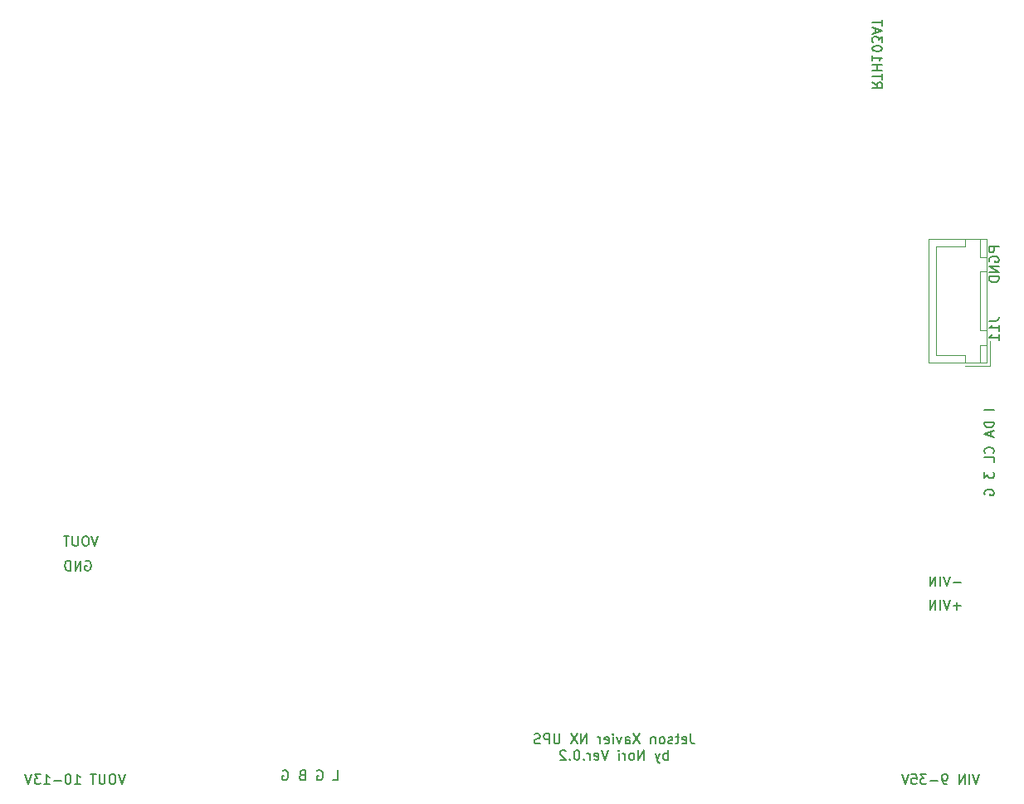
<source format=gbo>
G04 #@! TF.GenerationSoftware,KiCad,Pcbnew,(5.1.8)-1*
G04 #@! TF.CreationDate,2020-12-30T11:10:38+09:00*
G04 #@! TF.ProjectId,JetsonXavierNX_UPS,4a657473-6f6e-4586-9176-6965724e585f,rev?*
G04 #@! TF.SameCoordinates,Original*
G04 #@! TF.FileFunction,Legend,Bot*
G04 #@! TF.FilePolarity,Positive*
%FSLAX46Y46*%
G04 Gerber Fmt 4.6, Leading zero omitted, Abs format (unit mm)*
G04 Created by KiCad (PCBNEW (5.1.8)-1) date 2020-12-30 11:10:38*
%MOMM*%
%LPD*%
G01*
G04 APERTURE LIST*
%ADD10C,0.150000*%
%ADD11C,0.120000*%
G04 APERTURE END LIST*
D10*
X178409523Y-157327380D02*
X178409523Y-158041666D01*
X178457142Y-158184523D01*
X178552380Y-158279761D01*
X178695238Y-158327380D01*
X178790476Y-158327380D01*
X177552380Y-158279761D02*
X177647619Y-158327380D01*
X177838095Y-158327380D01*
X177933333Y-158279761D01*
X177980952Y-158184523D01*
X177980952Y-157803571D01*
X177933333Y-157708333D01*
X177838095Y-157660714D01*
X177647619Y-157660714D01*
X177552380Y-157708333D01*
X177504761Y-157803571D01*
X177504761Y-157898809D01*
X177980952Y-157994047D01*
X177219047Y-157660714D02*
X176838095Y-157660714D01*
X177076190Y-157327380D02*
X177076190Y-158184523D01*
X177028571Y-158279761D01*
X176933333Y-158327380D01*
X176838095Y-158327380D01*
X176552380Y-158279761D02*
X176457142Y-158327380D01*
X176266666Y-158327380D01*
X176171428Y-158279761D01*
X176123809Y-158184523D01*
X176123809Y-158136904D01*
X176171428Y-158041666D01*
X176266666Y-157994047D01*
X176409523Y-157994047D01*
X176504761Y-157946428D01*
X176552380Y-157851190D01*
X176552380Y-157803571D01*
X176504761Y-157708333D01*
X176409523Y-157660714D01*
X176266666Y-157660714D01*
X176171428Y-157708333D01*
X175552380Y-158327380D02*
X175647619Y-158279761D01*
X175695238Y-158232142D01*
X175742857Y-158136904D01*
X175742857Y-157851190D01*
X175695238Y-157755952D01*
X175647619Y-157708333D01*
X175552380Y-157660714D01*
X175409523Y-157660714D01*
X175314285Y-157708333D01*
X175266666Y-157755952D01*
X175219047Y-157851190D01*
X175219047Y-158136904D01*
X175266666Y-158232142D01*
X175314285Y-158279761D01*
X175409523Y-158327380D01*
X175552380Y-158327380D01*
X174790476Y-157660714D02*
X174790476Y-158327380D01*
X174790476Y-157755952D02*
X174742857Y-157708333D01*
X174647619Y-157660714D01*
X174504761Y-157660714D01*
X174409523Y-157708333D01*
X174361904Y-157803571D01*
X174361904Y-158327380D01*
X173219047Y-157327380D02*
X172552380Y-158327380D01*
X172552380Y-157327380D02*
X173219047Y-158327380D01*
X171742857Y-158327380D02*
X171742857Y-157803571D01*
X171790476Y-157708333D01*
X171885714Y-157660714D01*
X172076190Y-157660714D01*
X172171428Y-157708333D01*
X171742857Y-158279761D02*
X171838095Y-158327380D01*
X172076190Y-158327380D01*
X172171428Y-158279761D01*
X172219047Y-158184523D01*
X172219047Y-158089285D01*
X172171428Y-157994047D01*
X172076190Y-157946428D01*
X171838095Y-157946428D01*
X171742857Y-157898809D01*
X171361904Y-157660714D02*
X171123809Y-158327380D01*
X170885714Y-157660714D01*
X170504761Y-158327380D02*
X170504761Y-157660714D01*
X170504761Y-157327380D02*
X170552380Y-157375000D01*
X170504761Y-157422619D01*
X170457142Y-157375000D01*
X170504761Y-157327380D01*
X170504761Y-157422619D01*
X169647619Y-158279761D02*
X169742857Y-158327380D01*
X169933333Y-158327380D01*
X170028571Y-158279761D01*
X170076190Y-158184523D01*
X170076190Y-157803571D01*
X170028571Y-157708333D01*
X169933333Y-157660714D01*
X169742857Y-157660714D01*
X169647619Y-157708333D01*
X169600000Y-157803571D01*
X169600000Y-157898809D01*
X170076190Y-157994047D01*
X169171428Y-158327380D02*
X169171428Y-157660714D01*
X169171428Y-157851190D02*
X169123809Y-157755952D01*
X169076190Y-157708333D01*
X168980952Y-157660714D01*
X168885714Y-157660714D01*
X167790476Y-158327380D02*
X167790476Y-157327380D01*
X167219047Y-158327380D01*
X167219047Y-157327380D01*
X166838095Y-157327380D02*
X166171428Y-158327380D01*
X166171428Y-157327380D02*
X166838095Y-158327380D01*
X165028571Y-157327380D02*
X165028571Y-158136904D01*
X164980952Y-158232142D01*
X164933333Y-158279761D01*
X164838095Y-158327380D01*
X164647619Y-158327380D01*
X164552380Y-158279761D01*
X164504761Y-158232142D01*
X164457142Y-158136904D01*
X164457142Y-157327380D01*
X163980952Y-158327380D02*
X163980952Y-157327380D01*
X163600000Y-157327380D01*
X163504761Y-157375000D01*
X163457142Y-157422619D01*
X163409523Y-157517857D01*
X163409523Y-157660714D01*
X163457142Y-157755952D01*
X163504761Y-157803571D01*
X163600000Y-157851190D01*
X163980952Y-157851190D01*
X163028571Y-158279761D02*
X162885714Y-158327380D01*
X162647619Y-158327380D01*
X162552380Y-158279761D01*
X162504761Y-158232142D01*
X162457142Y-158136904D01*
X162457142Y-158041666D01*
X162504761Y-157946428D01*
X162552380Y-157898809D01*
X162647619Y-157851190D01*
X162838095Y-157803571D01*
X162933333Y-157755952D01*
X162980952Y-157708333D01*
X163028571Y-157613095D01*
X163028571Y-157517857D01*
X162980952Y-157422619D01*
X162933333Y-157375000D01*
X162838095Y-157327380D01*
X162600000Y-157327380D01*
X162457142Y-157375000D01*
X176076190Y-159977380D02*
X176076190Y-158977380D01*
X176076190Y-159358333D02*
X175980952Y-159310714D01*
X175790476Y-159310714D01*
X175695238Y-159358333D01*
X175647619Y-159405952D01*
X175600000Y-159501190D01*
X175600000Y-159786904D01*
X175647619Y-159882142D01*
X175695238Y-159929761D01*
X175790476Y-159977380D01*
X175980952Y-159977380D01*
X176076190Y-159929761D01*
X175266666Y-159310714D02*
X175028571Y-159977380D01*
X174790476Y-159310714D02*
X175028571Y-159977380D01*
X175123809Y-160215476D01*
X175171428Y-160263095D01*
X175266666Y-160310714D01*
X173647619Y-159977380D02*
X173647619Y-158977380D01*
X173076190Y-159977380D01*
X173076190Y-158977380D01*
X172457142Y-159977380D02*
X172552380Y-159929761D01*
X172600000Y-159882142D01*
X172647619Y-159786904D01*
X172647619Y-159501190D01*
X172600000Y-159405952D01*
X172552380Y-159358333D01*
X172457142Y-159310714D01*
X172314285Y-159310714D01*
X172219047Y-159358333D01*
X172171428Y-159405952D01*
X172123809Y-159501190D01*
X172123809Y-159786904D01*
X172171428Y-159882142D01*
X172219047Y-159929761D01*
X172314285Y-159977380D01*
X172457142Y-159977380D01*
X171695238Y-159977380D02*
X171695238Y-159310714D01*
X171695238Y-159501190D02*
X171647619Y-159405952D01*
X171600000Y-159358333D01*
X171504761Y-159310714D01*
X171409523Y-159310714D01*
X171076190Y-159977380D02*
X171076190Y-159310714D01*
X171076190Y-158977380D02*
X171123809Y-159025000D01*
X171076190Y-159072619D01*
X171028571Y-159025000D01*
X171076190Y-158977380D01*
X171076190Y-159072619D01*
X169980952Y-158977380D02*
X169647619Y-159977380D01*
X169314285Y-158977380D01*
X168600000Y-159929761D02*
X168695238Y-159977380D01*
X168885714Y-159977380D01*
X168980952Y-159929761D01*
X169028571Y-159834523D01*
X169028571Y-159453571D01*
X168980952Y-159358333D01*
X168885714Y-159310714D01*
X168695238Y-159310714D01*
X168600000Y-159358333D01*
X168552380Y-159453571D01*
X168552380Y-159548809D01*
X169028571Y-159644047D01*
X168123809Y-159977380D02*
X168123809Y-159310714D01*
X168123809Y-159501190D02*
X168076190Y-159405952D01*
X168028571Y-159358333D01*
X167933333Y-159310714D01*
X167838095Y-159310714D01*
X167504761Y-159882142D02*
X167457142Y-159929761D01*
X167504761Y-159977380D01*
X167552380Y-159929761D01*
X167504761Y-159882142D01*
X167504761Y-159977380D01*
X166838095Y-158977380D02*
X166742857Y-158977380D01*
X166647619Y-159025000D01*
X166600000Y-159072619D01*
X166552380Y-159167857D01*
X166504761Y-159358333D01*
X166504761Y-159596428D01*
X166552380Y-159786904D01*
X166600000Y-159882142D01*
X166647619Y-159929761D01*
X166742857Y-159977380D01*
X166838095Y-159977380D01*
X166933333Y-159929761D01*
X166980952Y-159882142D01*
X167028571Y-159786904D01*
X167076190Y-159596428D01*
X167076190Y-159358333D01*
X167028571Y-159167857D01*
X166980952Y-159072619D01*
X166933333Y-159025000D01*
X166838095Y-158977380D01*
X166076190Y-159882142D02*
X166028571Y-159929761D01*
X166076190Y-159977380D01*
X166123809Y-159929761D01*
X166076190Y-159882142D01*
X166076190Y-159977380D01*
X165647619Y-159072619D02*
X165600000Y-159025000D01*
X165504761Y-158977380D01*
X165266666Y-158977380D01*
X165171428Y-159025000D01*
X165123809Y-159072619D01*
X165076190Y-159167857D01*
X165076190Y-159263095D01*
X165123809Y-159405952D01*
X165695238Y-159977380D01*
X165076190Y-159977380D01*
X209852380Y-107614285D02*
X208852380Y-107614285D01*
X208852380Y-107995238D01*
X208900000Y-108090476D01*
X208947619Y-108138095D01*
X209042857Y-108185714D01*
X209185714Y-108185714D01*
X209280952Y-108138095D01*
X209328571Y-108090476D01*
X209376190Y-107995238D01*
X209376190Y-107614285D01*
X208900000Y-109138095D02*
X208852380Y-109042857D01*
X208852380Y-108900000D01*
X208900000Y-108757142D01*
X208995238Y-108661904D01*
X209090476Y-108614285D01*
X209280952Y-108566666D01*
X209423809Y-108566666D01*
X209614285Y-108614285D01*
X209709523Y-108661904D01*
X209804761Y-108757142D01*
X209852380Y-108900000D01*
X209852380Y-108995238D01*
X209804761Y-109138095D01*
X209757142Y-109185714D01*
X209423809Y-109185714D01*
X209423809Y-108995238D01*
X209852380Y-109614285D02*
X208852380Y-109614285D01*
X209852380Y-110185714D01*
X208852380Y-110185714D01*
X209852380Y-110661904D02*
X208852380Y-110661904D01*
X208852380Y-110900000D01*
X208900000Y-111042857D01*
X208995238Y-111138095D01*
X209090476Y-111185714D01*
X209280952Y-111233333D01*
X209423809Y-111233333D01*
X209614285Y-111185714D01*
X209709523Y-111138095D01*
X209804761Y-111042857D01*
X209852380Y-110900000D01*
X209852380Y-110661904D01*
X209352380Y-124266666D02*
X208352380Y-124266666D01*
X209352380Y-125504761D02*
X208352380Y-125504761D01*
X208352380Y-125742857D01*
X208400000Y-125885714D01*
X208495238Y-125980952D01*
X208590476Y-126028571D01*
X208780952Y-126076190D01*
X208923809Y-126076190D01*
X209114285Y-126028571D01*
X209209523Y-125980952D01*
X209304761Y-125885714D01*
X209352380Y-125742857D01*
X209352380Y-125504761D01*
X209066666Y-126457142D02*
X209066666Y-126933333D01*
X209352380Y-126361904D02*
X208352380Y-126695238D01*
X209352380Y-127028571D01*
X209257142Y-128695238D02*
X209304761Y-128647619D01*
X209352380Y-128504761D01*
X209352380Y-128409523D01*
X209304761Y-128266666D01*
X209209523Y-128171428D01*
X209114285Y-128123809D01*
X208923809Y-128076190D01*
X208780952Y-128076190D01*
X208590476Y-128123809D01*
X208495238Y-128171428D01*
X208400000Y-128266666D01*
X208352380Y-128409523D01*
X208352380Y-128504761D01*
X208400000Y-128647619D01*
X208447619Y-128695238D01*
X209352380Y-129600000D02*
X209352380Y-129123809D01*
X208352380Y-129123809D01*
X208352380Y-130600000D02*
X208352380Y-131219047D01*
X208733333Y-130885714D01*
X208733333Y-131028571D01*
X208780952Y-131123809D01*
X208828571Y-131171428D01*
X208923809Y-131219047D01*
X209161904Y-131219047D01*
X209257142Y-131171428D01*
X209304761Y-131123809D01*
X209352380Y-131028571D01*
X209352380Y-130742857D01*
X209304761Y-130647619D01*
X209257142Y-130600000D01*
X208400000Y-132933333D02*
X208352380Y-132838095D01*
X208352380Y-132695238D01*
X208400000Y-132552380D01*
X208495238Y-132457142D01*
X208590476Y-132409523D01*
X208780952Y-132361904D01*
X208923809Y-132361904D01*
X209114285Y-132409523D01*
X209209523Y-132457142D01*
X209304761Y-132552380D01*
X209352380Y-132695238D01*
X209352380Y-132790476D01*
X209304761Y-132933333D01*
X209257142Y-132980952D01*
X208923809Y-132980952D01*
X208923809Y-132790476D01*
X141933333Y-162052380D02*
X142409523Y-162052380D01*
X142409523Y-161052380D01*
X140314285Y-161100000D02*
X140409523Y-161052380D01*
X140552380Y-161052380D01*
X140695238Y-161100000D01*
X140790476Y-161195238D01*
X140838095Y-161290476D01*
X140885714Y-161480952D01*
X140885714Y-161623809D01*
X140838095Y-161814285D01*
X140790476Y-161909523D01*
X140695238Y-162004761D01*
X140552380Y-162052380D01*
X140457142Y-162052380D01*
X140314285Y-162004761D01*
X140266666Y-161957142D01*
X140266666Y-161623809D01*
X140457142Y-161623809D01*
X138742857Y-161528571D02*
X138600000Y-161576190D01*
X138552380Y-161623809D01*
X138504761Y-161719047D01*
X138504761Y-161861904D01*
X138552380Y-161957142D01*
X138600000Y-162004761D01*
X138695238Y-162052380D01*
X139076190Y-162052380D01*
X139076190Y-161052380D01*
X138742857Y-161052380D01*
X138647619Y-161100000D01*
X138600000Y-161147619D01*
X138552380Y-161242857D01*
X138552380Y-161338095D01*
X138600000Y-161433333D01*
X138647619Y-161480952D01*
X138742857Y-161528571D01*
X139076190Y-161528571D01*
X136790476Y-161100000D02*
X136885714Y-161052380D01*
X137028571Y-161052380D01*
X137171428Y-161100000D01*
X137266666Y-161195238D01*
X137314285Y-161290476D01*
X137361904Y-161480952D01*
X137361904Y-161623809D01*
X137314285Y-161814285D01*
X137266666Y-161909523D01*
X137171428Y-162004761D01*
X137028571Y-162052380D01*
X136933333Y-162052380D01*
X136790476Y-162004761D01*
X136742857Y-161957142D01*
X136742857Y-161623809D01*
X136933333Y-161623809D01*
X117961904Y-137152380D02*
X117628571Y-138152380D01*
X117295238Y-137152380D01*
X116771428Y-137152380D02*
X116580952Y-137152380D01*
X116485714Y-137200000D01*
X116390476Y-137295238D01*
X116342857Y-137485714D01*
X116342857Y-137819047D01*
X116390476Y-138009523D01*
X116485714Y-138104761D01*
X116580952Y-138152380D01*
X116771428Y-138152380D01*
X116866666Y-138104761D01*
X116961904Y-138009523D01*
X117009523Y-137819047D01*
X117009523Y-137485714D01*
X116961904Y-137295238D01*
X116866666Y-137200000D01*
X116771428Y-137152380D01*
X115914285Y-137152380D02*
X115914285Y-137961904D01*
X115866666Y-138057142D01*
X115819047Y-138104761D01*
X115723809Y-138152380D01*
X115533333Y-138152380D01*
X115438095Y-138104761D01*
X115390476Y-138057142D01*
X115342857Y-137961904D01*
X115342857Y-137152380D01*
X115009523Y-137152380D02*
X114438095Y-137152380D01*
X114723809Y-138152380D02*
X114723809Y-137152380D01*
X116661904Y-139700000D02*
X116757142Y-139652380D01*
X116900000Y-139652380D01*
X117042857Y-139700000D01*
X117138095Y-139795238D01*
X117185714Y-139890476D01*
X117233333Y-140080952D01*
X117233333Y-140223809D01*
X117185714Y-140414285D01*
X117138095Y-140509523D01*
X117042857Y-140604761D01*
X116900000Y-140652380D01*
X116804761Y-140652380D01*
X116661904Y-140604761D01*
X116614285Y-140557142D01*
X116614285Y-140223809D01*
X116804761Y-140223809D01*
X116185714Y-140652380D02*
X116185714Y-139652380D01*
X115614285Y-140652380D01*
X115614285Y-139652380D01*
X115138095Y-140652380D02*
X115138095Y-139652380D01*
X114900000Y-139652380D01*
X114757142Y-139700000D01*
X114661904Y-139795238D01*
X114614285Y-139890476D01*
X114566666Y-140080952D01*
X114566666Y-140223809D01*
X114614285Y-140414285D01*
X114661904Y-140509523D01*
X114757142Y-140604761D01*
X114900000Y-140652380D01*
X115138095Y-140652380D01*
X205971428Y-141871428D02*
X205209523Y-141871428D01*
X204876190Y-141252380D02*
X204542857Y-142252380D01*
X204209523Y-141252380D01*
X203876190Y-142252380D02*
X203876190Y-141252380D01*
X203400000Y-142252380D02*
X203400000Y-141252380D01*
X202828571Y-142252380D01*
X202828571Y-141252380D01*
X205971428Y-144271428D02*
X205209523Y-144271428D01*
X205590476Y-144652380D02*
X205590476Y-143890476D01*
X204876190Y-143652380D02*
X204542857Y-144652380D01*
X204209523Y-143652380D01*
X203876190Y-144652380D02*
X203876190Y-143652380D01*
X203400000Y-144652380D02*
X203400000Y-143652380D01*
X202828571Y-144652380D01*
X202828571Y-143652380D01*
X120695238Y-161452380D02*
X120361904Y-162452380D01*
X120028571Y-161452380D01*
X119504761Y-161452380D02*
X119314285Y-161452380D01*
X119219047Y-161500000D01*
X119123809Y-161595238D01*
X119076190Y-161785714D01*
X119076190Y-162119047D01*
X119123809Y-162309523D01*
X119219047Y-162404761D01*
X119314285Y-162452380D01*
X119504761Y-162452380D01*
X119600000Y-162404761D01*
X119695238Y-162309523D01*
X119742857Y-162119047D01*
X119742857Y-161785714D01*
X119695238Y-161595238D01*
X119600000Y-161500000D01*
X119504761Y-161452380D01*
X118647619Y-161452380D02*
X118647619Y-162261904D01*
X118600000Y-162357142D01*
X118552380Y-162404761D01*
X118457142Y-162452380D01*
X118266666Y-162452380D01*
X118171428Y-162404761D01*
X118123809Y-162357142D01*
X118076190Y-162261904D01*
X118076190Y-161452380D01*
X117742857Y-161452380D02*
X117171428Y-161452380D01*
X117457142Y-162452380D02*
X117457142Y-161452380D01*
X115552380Y-162452380D02*
X116123809Y-162452380D01*
X115838095Y-162452380D02*
X115838095Y-161452380D01*
X115933333Y-161595238D01*
X116028571Y-161690476D01*
X116123809Y-161738095D01*
X114933333Y-161452380D02*
X114838095Y-161452380D01*
X114742857Y-161500000D01*
X114695238Y-161547619D01*
X114647619Y-161642857D01*
X114600000Y-161833333D01*
X114600000Y-162071428D01*
X114647619Y-162261904D01*
X114695238Y-162357142D01*
X114742857Y-162404761D01*
X114838095Y-162452380D01*
X114933333Y-162452380D01*
X115028571Y-162404761D01*
X115076190Y-162357142D01*
X115123809Y-162261904D01*
X115171428Y-162071428D01*
X115171428Y-161833333D01*
X115123809Y-161642857D01*
X115076190Y-161547619D01*
X115028571Y-161500000D01*
X114933333Y-161452380D01*
X114171428Y-162071428D02*
X113409523Y-162071428D01*
X112409523Y-162452380D02*
X112980952Y-162452380D01*
X112695238Y-162452380D02*
X112695238Y-161452380D01*
X112790476Y-161595238D01*
X112885714Y-161690476D01*
X112980952Y-161738095D01*
X112076190Y-161452380D02*
X111457142Y-161452380D01*
X111790476Y-161833333D01*
X111647619Y-161833333D01*
X111552380Y-161880952D01*
X111504761Y-161928571D01*
X111457142Y-162023809D01*
X111457142Y-162261904D01*
X111504761Y-162357142D01*
X111552380Y-162404761D01*
X111647619Y-162452380D01*
X111933333Y-162452380D01*
X112028571Y-162404761D01*
X112076190Y-162357142D01*
X111171428Y-161452380D02*
X110838095Y-162452380D01*
X110504761Y-161452380D01*
X207852380Y-161452380D02*
X207519047Y-162452380D01*
X207185714Y-161452380D01*
X206852380Y-162452380D02*
X206852380Y-161452380D01*
X206376190Y-162452380D02*
X206376190Y-161452380D01*
X205804761Y-162452380D01*
X205804761Y-161452380D01*
X204519047Y-162452380D02*
X204328571Y-162452380D01*
X204233333Y-162404761D01*
X204185714Y-162357142D01*
X204090476Y-162214285D01*
X204042857Y-162023809D01*
X204042857Y-161642857D01*
X204090476Y-161547619D01*
X204138095Y-161500000D01*
X204233333Y-161452380D01*
X204423809Y-161452380D01*
X204519047Y-161500000D01*
X204566666Y-161547619D01*
X204614285Y-161642857D01*
X204614285Y-161880952D01*
X204566666Y-161976190D01*
X204519047Y-162023809D01*
X204423809Y-162071428D01*
X204233333Y-162071428D01*
X204138095Y-162023809D01*
X204090476Y-161976190D01*
X204042857Y-161880952D01*
X203614285Y-162071428D02*
X202852380Y-162071428D01*
X202471428Y-161452380D02*
X201852380Y-161452380D01*
X202185714Y-161833333D01*
X202042857Y-161833333D01*
X201947619Y-161880952D01*
X201900000Y-161928571D01*
X201852380Y-162023809D01*
X201852380Y-162261904D01*
X201900000Y-162357142D01*
X201947619Y-162404761D01*
X202042857Y-162452380D01*
X202328571Y-162452380D01*
X202423809Y-162404761D01*
X202471428Y-162357142D01*
X200947619Y-161452380D02*
X201423809Y-161452380D01*
X201471428Y-161928571D01*
X201423809Y-161880952D01*
X201328571Y-161833333D01*
X201090476Y-161833333D01*
X200995238Y-161880952D01*
X200947619Y-161928571D01*
X200900000Y-162023809D01*
X200900000Y-162261904D01*
X200947619Y-162357142D01*
X200995238Y-162404761D01*
X201090476Y-162452380D01*
X201328571Y-162452380D01*
X201423809Y-162404761D01*
X201471428Y-162357142D01*
X200614285Y-161452380D02*
X200280952Y-162452380D01*
X199947619Y-161452380D01*
X196947619Y-90833333D02*
X197423809Y-91166666D01*
X196947619Y-91404761D02*
X197947619Y-91404761D01*
X197947619Y-91023809D01*
X197900000Y-90928571D01*
X197852380Y-90880952D01*
X197757142Y-90833333D01*
X197614285Y-90833333D01*
X197519047Y-90880952D01*
X197471428Y-90928571D01*
X197423809Y-91023809D01*
X197423809Y-91404761D01*
X197947619Y-90547619D02*
X197947619Y-89976190D01*
X196947619Y-90261904D02*
X197947619Y-90261904D01*
X196947619Y-89642857D02*
X197947619Y-89642857D01*
X197471428Y-89642857D02*
X197471428Y-89071428D01*
X196947619Y-89071428D02*
X197947619Y-89071428D01*
X196947619Y-88071428D02*
X196947619Y-88642857D01*
X196947619Y-88357142D02*
X197947619Y-88357142D01*
X197804761Y-88452380D01*
X197709523Y-88547619D01*
X197661904Y-88642857D01*
X197947619Y-87452380D02*
X197947619Y-87357142D01*
X197900000Y-87261904D01*
X197852380Y-87214285D01*
X197757142Y-87166666D01*
X197566666Y-87119047D01*
X197328571Y-87119047D01*
X197138095Y-87166666D01*
X197042857Y-87214285D01*
X196995238Y-87261904D01*
X196947619Y-87357142D01*
X196947619Y-87452380D01*
X196995238Y-87547619D01*
X197042857Y-87595238D01*
X197138095Y-87642857D01*
X197328571Y-87690476D01*
X197566666Y-87690476D01*
X197757142Y-87642857D01*
X197852380Y-87595238D01*
X197900000Y-87547619D01*
X197947619Y-87452380D01*
X197947619Y-86785714D02*
X197947619Y-86166666D01*
X197566666Y-86500000D01*
X197566666Y-86357142D01*
X197519047Y-86261904D01*
X197471428Y-86214285D01*
X197376190Y-86166666D01*
X197138095Y-86166666D01*
X197042857Y-86214285D01*
X196995238Y-86261904D01*
X196947619Y-86357142D01*
X196947619Y-86642857D01*
X196995238Y-86738095D01*
X197042857Y-86785714D01*
X197233333Y-85785714D02*
X197233333Y-85309523D01*
X196947619Y-85880952D02*
X197947619Y-85547619D01*
X196947619Y-85214285D01*
X197947619Y-85023809D02*
X197947619Y-84452380D01*
X196947619Y-84738095D02*
X197947619Y-84738095D01*
D11*
X208950000Y-119750000D02*
X206450000Y-119750000D01*
X208950000Y-117250000D02*
X208950000Y-119750000D01*
X203450000Y-107600000D02*
X203450000Y-113150000D01*
X206400000Y-107600000D02*
X203450000Y-107600000D01*
X206400000Y-106850000D02*
X206400000Y-107600000D01*
X203450000Y-118700000D02*
X203450000Y-113150000D01*
X206400000Y-118700000D02*
X203450000Y-118700000D01*
X206400000Y-119450000D02*
X206400000Y-118700000D01*
X208650000Y-106850000D02*
X208650000Y-108650000D01*
X207900000Y-106850000D02*
X208650000Y-106850000D01*
X207900000Y-108650000D02*
X207900000Y-106850000D01*
X208650000Y-108650000D02*
X207900000Y-108650000D01*
X208650000Y-117650000D02*
X208650000Y-119450000D01*
X207900000Y-117650000D02*
X208650000Y-117650000D01*
X207900000Y-119450000D02*
X207900000Y-117650000D01*
X208650000Y-119450000D02*
X207900000Y-119450000D01*
X208650000Y-110150000D02*
X208650000Y-116150000D01*
X207900000Y-110150000D02*
X208650000Y-110150000D01*
X207900000Y-116150000D02*
X207900000Y-110150000D01*
X208650000Y-116150000D02*
X207900000Y-116150000D01*
X208650000Y-106850000D02*
X208650000Y-119450000D01*
X202700000Y-106850000D02*
X208650000Y-106850000D01*
X202700000Y-119450000D02*
X202700000Y-106850000D01*
X208650000Y-119450000D02*
X202700000Y-119450000D01*
D10*
X208852380Y-115190476D02*
X209566666Y-115190476D01*
X209709523Y-115142857D01*
X209804761Y-115047619D01*
X209852380Y-114904761D01*
X209852380Y-114809523D01*
X209852380Y-116190476D02*
X209852380Y-115619047D01*
X209852380Y-115904761D02*
X208852380Y-115904761D01*
X208995238Y-115809523D01*
X209090476Y-115714285D01*
X209138095Y-115619047D01*
X209852380Y-117142857D02*
X209852380Y-116571428D01*
X209852380Y-116857142D02*
X208852380Y-116857142D01*
X208995238Y-116761904D01*
X209090476Y-116666666D01*
X209138095Y-116571428D01*
M02*

</source>
